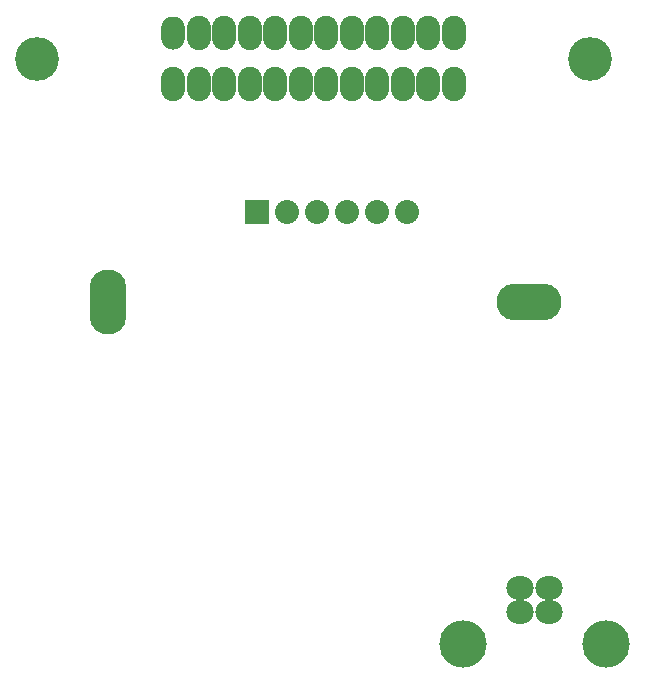
<source format=gbs>
G04 #@! TF.GenerationSoftware,KiCad,Pcbnew,(5.1.4)-1*
G04 #@! TF.CreationDate,2020-11-06T15:37:27+01:00*
G04 #@! TF.ProjectId,usb_to_gpib,7573625f-746f-45f6-9770-69622e6b6963,RevB*
G04 #@! TF.SameCoordinates,Original*
G04 #@! TF.FileFunction,Soldermask,Bot*
G04 #@! TF.FilePolarity,Negative*
%FSLAX46Y46*%
G04 Gerber Fmt 4.6, Leading zero omitted, Abs format (unit mm)*
G04 Created by KiCad (PCBNEW (5.1.4)-1) date 2020-11-06 15:37:27*
%MOMM*%
%LPD*%
G04 APERTURE LIST*
%ADD10O,5.508000X3.108000*%
%ADD11O,3.108000X5.508000*%
%ADD12C,4.008120*%
%ADD13O,2.308000X2.009140*%
%ADD14C,3.708400*%
%ADD15O,2.032000X2.908000*%
%ADD16O,2.032000X2.808000*%
%ADD17C,2.032000*%
%ADD18R,2.032000X2.032000*%
G04 APERTURE END LIST*
D10*
X90000000Y-119500000D03*
D11*
X54400000Y-119500000D03*
D12*
X96500000Y-148425400D03*
X84460400Y-148425400D03*
D13*
X89235600Y-143701000D03*
X91724800Y-143701000D03*
X91724800Y-145707600D03*
X89235600Y-145707600D03*
D14*
X48373400Y-98853700D03*
X95185600Y-98853700D03*
D15*
X83654000Y-96707400D03*
X81495000Y-96707400D03*
X79336000Y-96707400D03*
X77177000Y-96707400D03*
X83654000Y-101000000D03*
X81495000Y-101000000D03*
X79336000Y-101000000D03*
X77177000Y-101000000D03*
D16*
X59905000Y-96707400D03*
D15*
X62064000Y-96707400D03*
X64223000Y-96707400D03*
X66382000Y-96707400D03*
X59905000Y-101000000D03*
X62064000Y-101000000D03*
X64223000Y-101000000D03*
X66382000Y-101000000D03*
X75018000Y-96707400D03*
X68541000Y-96707400D03*
X70700000Y-96707400D03*
X72859000Y-96707400D03*
X70700000Y-101000000D03*
X68541000Y-101000000D03*
X75018000Y-101000000D03*
X72859000Y-101000000D03*
D17*
X79710000Y-111830000D03*
X77170000Y-111830000D03*
X74630000Y-111830000D03*
X72090000Y-111830000D03*
X69550000Y-111830000D03*
D18*
X67010000Y-111830000D03*
M02*

</source>
